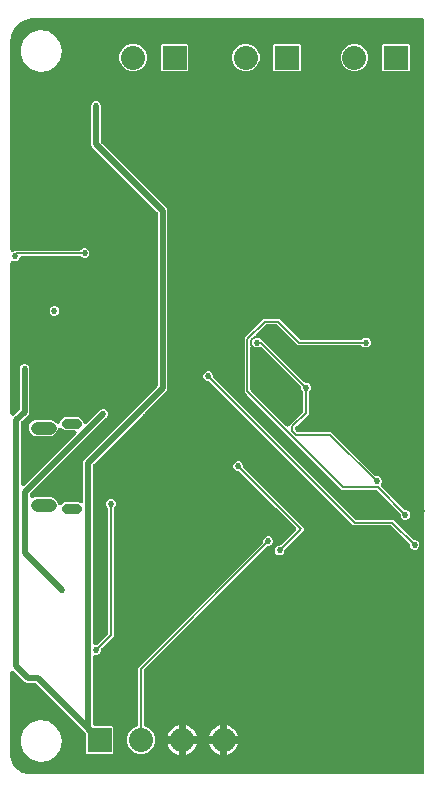
<source format=gbr>
G04 EAGLE Gerber RS-274X export*
G75*
%MOMM*%
%FSLAX34Y34*%
%LPD*%
%INBottom Copper*%
%IPPOS*%
%AMOC8*
5,1,8,0,0,1.08239X$1,22.5*%
G01*
%ADD10R,2.032000X2.032000*%
%ADD11C,2.032000*%
%ADD12C,0.840000*%
%ADD13C,1.065000*%
%ADD14C,0.525000*%
%ADD15C,0.152400*%
%ADD16C,0.508000*%

G36*
X-186223Y-317754D02*
X-186223Y-317754D01*
X-186202Y-317752D01*
X-186181Y-317753D01*
X-186001Y-317731D01*
X-185998Y-317730D01*
X-184604Y-317730D01*
X-184534Y-317723D01*
X-184433Y-317723D01*
X-183441Y-317639D01*
X-183312Y-317666D01*
X-183174Y-317703D01*
X-183107Y-317709D01*
X-183057Y-317719D01*
X-182975Y-317719D01*
X-182843Y-317730D01*
X146050Y-317730D01*
X146068Y-317728D01*
X146086Y-317730D01*
X146268Y-317709D01*
X146451Y-317690D01*
X146468Y-317685D01*
X146485Y-317683D01*
X146660Y-317626D01*
X146836Y-317572D01*
X146851Y-317564D01*
X146868Y-317558D01*
X147028Y-317468D01*
X147190Y-317380D01*
X147203Y-317369D01*
X147219Y-317360D01*
X147358Y-317240D01*
X147499Y-317123D01*
X147510Y-317109D01*
X147524Y-317097D01*
X147636Y-316952D01*
X147751Y-316809D01*
X147759Y-316793D01*
X147770Y-316779D01*
X147852Y-316614D01*
X147937Y-316452D01*
X147942Y-316435D01*
X147950Y-316419D01*
X147997Y-316240D01*
X148048Y-316065D01*
X148050Y-316047D01*
X148054Y-316030D01*
X148081Y-315699D01*
X148081Y320189D01*
X148079Y320207D01*
X148081Y320225D01*
X148060Y320407D01*
X148041Y320590D01*
X148036Y320607D01*
X148034Y320624D01*
X147977Y320799D01*
X147923Y320975D01*
X147915Y320990D01*
X147909Y321007D01*
X147819Y321167D01*
X147731Y321329D01*
X147720Y321342D01*
X147711Y321358D01*
X147591Y321497D01*
X147474Y321638D01*
X147460Y321649D01*
X147448Y321663D01*
X147303Y321775D01*
X147160Y321890D01*
X147144Y321898D01*
X147130Y321909D01*
X146965Y321991D01*
X146803Y322076D01*
X146786Y322081D01*
X146769Y322089D01*
X146591Y322136D01*
X146416Y322187D01*
X146398Y322189D01*
X146381Y322193D01*
X146050Y322220D01*
X-183013Y322220D01*
X-183052Y322216D01*
X-183101Y322218D01*
X-184743Y322147D01*
X-184828Y322135D01*
X-184981Y322123D01*
X-187486Y321715D01*
X-187544Y321699D01*
X-187604Y321692D01*
X-187796Y321632D01*
X-187875Y321611D01*
X-187895Y321601D01*
X-187921Y321593D01*
X-192679Y319670D01*
X-192799Y319607D01*
X-192923Y319553D01*
X-192986Y319509D01*
X-193036Y319483D01*
X-193097Y319434D01*
X-193197Y319366D01*
X-197186Y316136D01*
X-197282Y316040D01*
X-197384Y315952D01*
X-197432Y315892D01*
X-197472Y315852D01*
X-197516Y315787D01*
X-197591Y315693D01*
X-200462Y311438D01*
X-200526Y311319D01*
X-200597Y311204D01*
X-200626Y311133D01*
X-200653Y311083D01*
X-200675Y311008D01*
X-200720Y310896D01*
X-202221Y305987D01*
X-202233Y305928D01*
X-202252Y305872D01*
X-202284Y305673D01*
X-202300Y305592D01*
X-202300Y305571D01*
X-202304Y305544D01*
X-202495Y302978D01*
X-202493Y302915D01*
X-202500Y302827D01*
X-202500Y126499D01*
X-202499Y126485D01*
X-202500Y126472D01*
X-202479Y126285D01*
X-202460Y126098D01*
X-202456Y126085D01*
X-202455Y126072D01*
X-202397Y125893D01*
X-202342Y125713D01*
X-202336Y125701D01*
X-202332Y125689D01*
X-202240Y125525D01*
X-202150Y125359D01*
X-202142Y125349D01*
X-202135Y125337D01*
X-202013Y125194D01*
X-201893Y125050D01*
X-201882Y125042D01*
X-201874Y125031D01*
X-201725Y124915D01*
X-201579Y124798D01*
X-201567Y124791D01*
X-201557Y124783D01*
X-201388Y124698D01*
X-201222Y124612D01*
X-201209Y124608D01*
X-201197Y124602D01*
X-201015Y124553D01*
X-200835Y124501D01*
X-200821Y124500D01*
X-200809Y124496D01*
X-200620Y124483D01*
X-200433Y124468D01*
X-200420Y124469D01*
X-200407Y124468D01*
X-200220Y124493D01*
X-200034Y124515D01*
X-200021Y124519D01*
X-200008Y124521D01*
X-199692Y124622D01*
X-199374Y124754D01*
X-199346Y124769D01*
X-199317Y124779D01*
X-199169Y124864D01*
X-199019Y124944D01*
X-198995Y124964D01*
X-198968Y124979D01*
X-198715Y125194D01*
X-198446Y125463D01*
X-144123Y125463D01*
X-144097Y125465D01*
X-144070Y125463D01*
X-143896Y125485D01*
X-143723Y125503D01*
X-143697Y125510D01*
X-143671Y125514D01*
X-143505Y125569D01*
X-143338Y125621D01*
X-143314Y125634D01*
X-143289Y125642D01*
X-143137Y125729D01*
X-142984Y125813D01*
X-142963Y125830D01*
X-142940Y125843D01*
X-142687Y126058D01*
X-142051Y126694D01*
X-140525Y127326D01*
X-138875Y127326D01*
X-137349Y126694D01*
X-136182Y125527D01*
X-135550Y124001D01*
X-135550Y122351D01*
X-136182Y120825D01*
X-137349Y119658D01*
X-138875Y119026D01*
X-140525Y119026D01*
X-142051Y119658D01*
X-142687Y120294D01*
X-142708Y120311D01*
X-142725Y120332D01*
X-142863Y120439D01*
X-142998Y120549D01*
X-143022Y120562D01*
X-143043Y120578D01*
X-143200Y120656D01*
X-143354Y120738D01*
X-143380Y120746D01*
X-143404Y120758D01*
X-143573Y120803D01*
X-143740Y120853D01*
X-143767Y120855D01*
X-143793Y120862D01*
X-144123Y120889D01*
X-192490Y120889D01*
X-192512Y120887D01*
X-192534Y120889D01*
X-192711Y120867D01*
X-192890Y120849D01*
X-192912Y120843D01*
X-192934Y120840D01*
X-193103Y120784D01*
X-193275Y120731D01*
X-193295Y120721D01*
X-193316Y120714D01*
X-193471Y120625D01*
X-193629Y120539D01*
X-193646Y120525D01*
X-193666Y120514D01*
X-193801Y120396D01*
X-193938Y120282D01*
X-193952Y120264D01*
X-193969Y120250D01*
X-194078Y120108D01*
X-194191Y119968D01*
X-194201Y119948D01*
X-194215Y119930D01*
X-194366Y119635D01*
X-194920Y118299D01*
X-196087Y117132D01*
X-196959Y116771D01*
X-197612Y116500D01*
X-199263Y116500D01*
X-199692Y116678D01*
X-199705Y116682D01*
X-199716Y116688D01*
X-199896Y116740D01*
X-200077Y116794D01*
X-200090Y116796D01*
X-200103Y116799D01*
X-200291Y116815D01*
X-200478Y116832D01*
X-200491Y116831D01*
X-200505Y116832D01*
X-200691Y116810D01*
X-200878Y116791D01*
X-200891Y116787D01*
X-200904Y116785D01*
X-201083Y116727D01*
X-201263Y116671D01*
X-201274Y116665D01*
X-201287Y116660D01*
X-201451Y116568D01*
X-201616Y116478D01*
X-201626Y116469D01*
X-201638Y116463D01*
X-201780Y116340D01*
X-201924Y116219D01*
X-201932Y116208D01*
X-201943Y116199D01*
X-202057Y116052D01*
X-202175Y115904D01*
X-202181Y115892D01*
X-202189Y115881D01*
X-202273Y115713D01*
X-202359Y115546D01*
X-202363Y115533D01*
X-202369Y115521D01*
X-202418Y115338D01*
X-202469Y115158D01*
X-202470Y115145D01*
X-202473Y115132D01*
X-202500Y114801D01*
X-202500Y-12233D01*
X-202499Y-12242D01*
X-202500Y-12251D01*
X-202479Y-12443D01*
X-202460Y-12634D01*
X-202458Y-12642D01*
X-202457Y-12651D01*
X-202399Y-12833D01*
X-202342Y-13019D01*
X-202338Y-13027D01*
X-202335Y-13035D01*
X-202242Y-13203D01*
X-202150Y-13373D01*
X-202145Y-13379D01*
X-202140Y-13387D01*
X-202016Y-13534D01*
X-201893Y-13682D01*
X-201886Y-13688D01*
X-201880Y-13694D01*
X-201729Y-13813D01*
X-201579Y-13934D01*
X-201571Y-13938D01*
X-201564Y-13944D01*
X-201391Y-14032D01*
X-201222Y-14120D01*
X-201213Y-14122D01*
X-201205Y-14126D01*
X-201019Y-14178D01*
X-200835Y-14231D01*
X-200826Y-14232D01*
X-200817Y-14234D01*
X-200624Y-14248D01*
X-200433Y-14264D01*
X-200425Y-14263D01*
X-200416Y-14264D01*
X-200223Y-14239D01*
X-200034Y-14217D01*
X-200025Y-14214D01*
X-200016Y-14213D01*
X-199833Y-14152D01*
X-199651Y-14092D01*
X-199643Y-14088D01*
X-199635Y-14085D01*
X-199468Y-13989D01*
X-199300Y-13894D01*
X-199293Y-13889D01*
X-199286Y-13884D01*
X-199033Y-13669D01*
X-195160Y-9796D01*
X-195143Y-9776D01*
X-195122Y-9758D01*
X-195016Y-9621D01*
X-194905Y-9485D01*
X-194892Y-9461D01*
X-194876Y-9440D01*
X-194798Y-9284D01*
X-194716Y-9129D01*
X-194708Y-9103D01*
X-194696Y-9080D01*
X-194651Y-8911D01*
X-194601Y-8743D01*
X-194599Y-8717D01*
X-194592Y-8691D01*
X-194565Y-8360D01*
X-194565Y23965D01*
X-194568Y23997D01*
X-194566Y24028D01*
X-194588Y24196D01*
X-194605Y24366D01*
X-194614Y24396D01*
X-194618Y24427D01*
X-194650Y24526D01*
X-194650Y26225D01*
X-194018Y27751D01*
X-192851Y28918D01*
X-191325Y29550D01*
X-189675Y29550D01*
X-188149Y28918D01*
X-186982Y27751D01*
X-186350Y26225D01*
X-186350Y24512D01*
X-186397Y24357D01*
X-186400Y24326D01*
X-186408Y24296D01*
X-186435Y23965D01*
X-186435Y-11694D01*
X-187054Y-13188D01*
X-193054Y-19188D01*
X-193071Y-19209D01*
X-193092Y-19226D01*
X-193199Y-19364D01*
X-193309Y-19499D01*
X-193322Y-19523D01*
X-193338Y-19544D01*
X-193416Y-19701D01*
X-193498Y-19855D01*
X-193506Y-19881D01*
X-193518Y-19905D01*
X-193563Y-20074D01*
X-193613Y-20241D01*
X-193615Y-20268D01*
X-193622Y-20293D01*
X-193649Y-20624D01*
X-193649Y-71872D01*
X-193648Y-71881D01*
X-193649Y-71890D01*
X-193628Y-72083D01*
X-193609Y-72273D01*
X-193607Y-72281D01*
X-193606Y-72290D01*
X-193547Y-72475D01*
X-193491Y-72658D01*
X-193487Y-72665D01*
X-193484Y-72674D01*
X-193391Y-72842D01*
X-193299Y-73012D01*
X-193294Y-73018D01*
X-193289Y-73026D01*
X-193165Y-73173D01*
X-193042Y-73321D01*
X-193035Y-73326D01*
X-193029Y-73333D01*
X-192877Y-73453D01*
X-192728Y-73573D01*
X-192720Y-73577D01*
X-192713Y-73583D01*
X-192540Y-73671D01*
X-192371Y-73759D01*
X-192362Y-73761D01*
X-192354Y-73765D01*
X-192168Y-73817D01*
X-191984Y-73870D01*
X-191975Y-73871D01*
X-191966Y-73873D01*
X-191773Y-73887D01*
X-191582Y-73903D01*
X-191574Y-73902D01*
X-191565Y-73903D01*
X-191372Y-73878D01*
X-191183Y-73856D01*
X-191174Y-73853D01*
X-191165Y-73852D01*
X-190983Y-73791D01*
X-190800Y-73731D01*
X-190792Y-73727D01*
X-190784Y-73724D01*
X-190617Y-73628D01*
X-190449Y-73533D01*
X-190442Y-73528D01*
X-190435Y-73523D01*
X-190182Y-73308D01*
X-147066Y-30192D01*
X-147060Y-30185D01*
X-147053Y-30180D01*
X-146933Y-30030D01*
X-146811Y-29881D01*
X-146806Y-29873D01*
X-146801Y-29866D01*
X-146712Y-29695D01*
X-146622Y-29525D01*
X-146619Y-29517D01*
X-146615Y-29509D01*
X-146562Y-29323D01*
X-146507Y-29139D01*
X-146506Y-29130D01*
X-146504Y-29122D01*
X-146488Y-28930D01*
X-146471Y-28738D01*
X-146472Y-28729D01*
X-146471Y-28720D01*
X-146493Y-28531D01*
X-146514Y-28338D01*
X-146517Y-28329D01*
X-146518Y-28321D01*
X-146577Y-28139D01*
X-146636Y-27954D01*
X-146640Y-27946D01*
X-146643Y-27938D01*
X-146738Y-27769D01*
X-146831Y-27602D01*
X-146836Y-27595D01*
X-146841Y-27587D01*
X-146967Y-27441D01*
X-147091Y-27295D01*
X-147098Y-27289D01*
X-147104Y-27282D01*
X-147255Y-27165D01*
X-147407Y-27045D01*
X-147415Y-27041D01*
X-147422Y-27036D01*
X-147594Y-26950D01*
X-147766Y-26863D01*
X-147774Y-26860D01*
X-147782Y-26856D01*
X-147969Y-26806D01*
X-148154Y-26755D01*
X-148163Y-26754D01*
X-148171Y-26752D01*
X-148502Y-26725D01*
X-155964Y-26725D01*
X-158068Y-25853D01*
X-158985Y-24936D01*
X-158995Y-24927D01*
X-159004Y-24917D01*
X-159151Y-24800D01*
X-159297Y-24681D01*
X-159308Y-24675D01*
X-159319Y-24666D01*
X-159486Y-24580D01*
X-159652Y-24492D01*
X-159665Y-24488D01*
X-159677Y-24482D01*
X-159857Y-24431D01*
X-160038Y-24377D01*
X-160052Y-24376D01*
X-160064Y-24373D01*
X-160250Y-24358D01*
X-160439Y-24341D01*
X-160453Y-24342D01*
X-160466Y-24341D01*
X-160650Y-24364D01*
X-160839Y-24384D01*
X-160852Y-24389D01*
X-160865Y-24390D01*
X-161042Y-24449D01*
X-161223Y-24506D01*
X-161235Y-24512D01*
X-161248Y-24517D01*
X-161410Y-24609D01*
X-161576Y-24701D01*
X-161586Y-24709D01*
X-161597Y-24716D01*
X-161739Y-24839D01*
X-161883Y-24961D01*
X-161891Y-24972D01*
X-161901Y-24981D01*
X-162015Y-25129D01*
X-162132Y-25277D01*
X-162138Y-25289D01*
X-162146Y-25300D01*
X-162298Y-25595D01*
X-163493Y-28480D01*
X-165420Y-30407D01*
X-167938Y-31450D01*
X-181312Y-31450D01*
X-183830Y-30407D01*
X-185757Y-28480D01*
X-186800Y-25962D01*
X-186800Y-23238D01*
X-185757Y-20720D01*
X-183830Y-18793D01*
X-181312Y-17750D01*
X-167938Y-17750D01*
X-165420Y-18793D01*
X-163813Y-20400D01*
X-163803Y-20409D01*
X-163794Y-20419D01*
X-163647Y-20536D01*
X-163501Y-20655D01*
X-163490Y-20661D01*
X-163479Y-20670D01*
X-163312Y-20756D01*
X-163146Y-20844D01*
X-163133Y-20848D01*
X-163121Y-20854D01*
X-162941Y-20905D01*
X-162760Y-20959D01*
X-162746Y-20960D01*
X-162734Y-20963D01*
X-162548Y-20978D01*
X-162359Y-20995D01*
X-162345Y-20994D01*
X-162332Y-20995D01*
X-162148Y-20972D01*
X-161959Y-20952D01*
X-161946Y-20948D01*
X-161933Y-20946D01*
X-161755Y-20887D01*
X-161575Y-20830D01*
X-161563Y-20824D01*
X-161550Y-20819D01*
X-161387Y-20726D01*
X-161222Y-20635D01*
X-161212Y-20627D01*
X-161201Y-20620D01*
X-161059Y-20497D01*
X-160915Y-20375D01*
X-160907Y-20364D01*
X-160897Y-20355D01*
X-160783Y-20207D01*
X-160666Y-20059D01*
X-160660Y-20047D01*
X-160652Y-20036D01*
X-160500Y-19741D01*
X-159678Y-17757D01*
X-158068Y-16147D01*
X-155964Y-15275D01*
X-145286Y-15275D01*
X-143182Y-16147D01*
X-141572Y-17757D01*
X-140702Y-19857D01*
X-140696Y-19869D01*
X-140692Y-19881D01*
X-140600Y-20047D01*
X-140512Y-20212D01*
X-140503Y-20222D01*
X-140497Y-20234D01*
X-140374Y-20378D01*
X-140255Y-20522D01*
X-140245Y-20530D01*
X-140236Y-20541D01*
X-140089Y-20657D01*
X-139943Y-20776D01*
X-139931Y-20782D01*
X-139921Y-20790D01*
X-139753Y-20875D01*
X-139586Y-20963D01*
X-139573Y-20967D01*
X-139562Y-20973D01*
X-139381Y-21023D01*
X-139200Y-21076D01*
X-139187Y-21077D01*
X-139174Y-21081D01*
X-138985Y-21094D01*
X-138799Y-21111D01*
X-138786Y-21109D01*
X-138772Y-21110D01*
X-138584Y-21086D01*
X-138399Y-21065D01*
X-138386Y-21061D01*
X-138373Y-21060D01*
X-138195Y-21000D01*
X-138015Y-20942D01*
X-138004Y-20936D01*
X-137991Y-20931D01*
X-137828Y-20838D01*
X-137664Y-20746D01*
X-137654Y-20737D01*
X-137642Y-20730D01*
X-137389Y-20516D01*
X-127714Y-10840D01*
X-127694Y-10816D01*
X-127670Y-10796D01*
X-127566Y-10660D01*
X-127459Y-10529D01*
X-127444Y-10501D01*
X-127425Y-10476D01*
X-127377Y-10384D01*
X-126176Y-9182D01*
X-124650Y-8550D01*
X-123000Y-8550D01*
X-121474Y-9182D01*
X-120307Y-10349D01*
X-119675Y-11875D01*
X-119675Y-13525D01*
X-120307Y-15051D01*
X-121518Y-16262D01*
X-121661Y-16338D01*
X-121685Y-16358D01*
X-121712Y-16374D01*
X-121965Y-16589D01*
X-185523Y-80146D01*
X-185540Y-80167D01*
X-185560Y-80184D01*
X-185667Y-80322D01*
X-185778Y-80458D01*
X-185790Y-80481D01*
X-185807Y-80503D01*
X-185885Y-80659D01*
X-185967Y-80813D01*
X-185974Y-80839D01*
X-185986Y-80863D01*
X-186032Y-81032D01*
X-186081Y-81199D01*
X-186084Y-81226D01*
X-186091Y-81252D01*
X-186118Y-81583D01*
X-186118Y-81801D01*
X-186116Y-81814D01*
X-186118Y-81827D01*
X-186097Y-82014D01*
X-186078Y-82201D01*
X-186074Y-82214D01*
X-186072Y-82228D01*
X-186015Y-82406D01*
X-185960Y-82586D01*
X-185953Y-82598D01*
X-185949Y-82611D01*
X-185858Y-82775D01*
X-185768Y-82940D01*
X-185759Y-82950D01*
X-185753Y-82962D01*
X-185630Y-83106D01*
X-185510Y-83250D01*
X-185500Y-83258D01*
X-185491Y-83268D01*
X-185343Y-83384D01*
X-185196Y-83502D01*
X-185185Y-83508D01*
X-185174Y-83516D01*
X-185005Y-83601D01*
X-184839Y-83687D01*
X-184826Y-83691D01*
X-184814Y-83697D01*
X-184632Y-83747D01*
X-184452Y-83799D01*
X-184439Y-83800D01*
X-184426Y-83803D01*
X-184239Y-83816D01*
X-184051Y-83832D01*
X-184038Y-83830D01*
X-184024Y-83831D01*
X-183839Y-83807D01*
X-183651Y-83785D01*
X-183638Y-83781D01*
X-183625Y-83779D01*
X-183309Y-83677D01*
X-181312Y-82850D01*
X-167938Y-82850D01*
X-165420Y-83893D01*
X-163493Y-85820D01*
X-162298Y-88705D01*
X-162292Y-88717D01*
X-162288Y-88730D01*
X-162197Y-88894D01*
X-162108Y-89060D01*
X-162099Y-89070D01*
X-162093Y-89082D01*
X-161971Y-89225D01*
X-161851Y-89370D01*
X-161841Y-89379D01*
X-161832Y-89389D01*
X-161685Y-89505D01*
X-161539Y-89624D01*
X-161527Y-89630D01*
X-161516Y-89639D01*
X-161349Y-89724D01*
X-161182Y-89811D01*
X-161169Y-89815D01*
X-161157Y-89821D01*
X-160976Y-89871D01*
X-160796Y-89924D01*
X-160782Y-89925D01*
X-160770Y-89929D01*
X-160581Y-89943D01*
X-160395Y-89959D01*
X-160382Y-89957D01*
X-160368Y-89958D01*
X-160179Y-89935D01*
X-159995Y-89914D01*
X-159982Y-89910D01*
X-159969Y-89908D01*
X-159790Y-89848D01*
X-159611Y-89791D01*
X-159600Y-89784D01*
X-159587Y-89780D01*
X-159424Y-89686D01*
X-159260Y-89594D01*
X-159250Y-89585D01*
X-159238Y-89579D01*
X-158985Y-89364D01*
X-158068Y-88447D01*
X-155964Y-87575D01*
X-145286Y-87575D01*
X-143398Y-88357D01*
X-143385Y-88361D01*
X-143374Y-88367D01*
X-143194Y-88419D01*
X-143013Y-88474D01*
X-143000Y-88475D01*
X-142987Y-88479D01*
X-142799Y-88494D01*
X-142612Y-88512D01*
X-142599Y-88511D01*
X-142585Y-88512D01*
X-142399Y-88490D01*
X-142212Y-88470D01*
X-142199Y-88466D01*
X-142186Y-88465D01*
X-142007Y-88406D01*
X-141827Y-88350D01*
X-141816Y-88344D01*
X-141803Y-88340D01*
X-141639Y-88248D01*
X-141474Y-88157D01*
X-141464Y-88148D01*
X-141452Y-88142D01*
X-141310Y-88020D01*
X-141166Y-87898D01*
X-141158Y-87888D01*
X-141147Y-87879D01*
X-141033Y-87731D01*
X-140915Y-87583D01*
X-140909Y-87571D01*
X-140901Y-87561D01*
X-140817Y-87392D01*
X-140731Y-87225D01*
X-140727Y-87212D01*
X-140721Y-87200D01*
X-140672Y-87018D01*
X-140621Y-86838D01*
X-140620Y-86824D01*
X-140617Y-86811D01*
X-140590Y-86481D01*
X-140590Y-53166D01*
X-139971Y-51673D01*
X-95964Y-7665D01*
X-95944Y-7641D01*
X-95920Y-7621D01*
X-95816Y-7485D01*
X-95709Y-7354D01*
X-95694Y-7326D01*
X-95675Y-7301D01*
X-95627Y-7209D01*
X-94382Y-5963D01*
X-94239Y-5887D01*
X-94215Y-5867D01*
X-94188Y-5851D01*
X-93935Y-5636D01*
X-78210Y10089D01*
X-78193Y10109D01*
X-78172Y10127D01*
X-78065Y10265D01*
X-77955Y10400D01*
X-77942Y10424D01*
X-77926Y10445D01*
X-77848Y10602D01*
X-77766Y10756D01*
X-77758Y10781D01*
X-77746Y10806D01*
X-77701Y10975D01*
X-77651Y11142D01*
X-77649Y11168D01*
X-77642Y11194D01*
X-77615Y11525D01*
X-77615Y156750D01*
X-77617Y156777D01*
X-77615Y156803D01*
X-77637Y156977D01*
X-77655Y157151D01*
X-77662Y157176D01*
X-77666Y157203D01*
X-77721Y157368D01*
X-77773Y157535D01*
X-77786Y157559D01*
X-77794Y157584D01*
X-77881Y157736D01*
X-77965Y157890D01*
X-77982Y157910D01*
X-77995Y157933D01*
X-78210Y158186D01*
X-133621Y213598D01*
X-134240Y215091D01*
X-134240Y246215D01*
X-134243Y246247D01*
X-134241Y246278D01*
X-134263Y246446D01*
X-134280Y246616D01*
X-134289Y246646D01*
X-134293Y246677D01*
X-134325Y246776D01*
X-134325Y248475D01*
X-133693Y250001D01*
X-132526Y251168D01*
X-131000Y251800D01*
X-129350Y251800D01*
X-127824Y251168D01*
X-126657Y250001D01*
X-126025Y248475D01*
X-126025Y246762D01*
X-126072Y246607D01*
X-126075Y246576D01*
X-126083Y246546D01*
X-126110Y246215D01*
X-126110Y218425D01*
X-126108Y218398D01*
X-126110Y218372D01*
X-126088Y218198D01*
X-126070Y218024D01*
X-126063Y217999D01*
X-126059Y217972D01*
X-126004Y217807D01*
X-125952Y217640D01*
X-125939Y217616D01*
X-125931Y217591D01*
X-125844Y217439D01*
X-125760Y217285D01*
X-125743Y217265D01*
X-125730Y217242D01*
X-125515Y216989D01*
X-70104Y161577D01*
X-69485Y160084D01*
X-69485Y8191D01*
X-70104Y6698D01*
X-88186Y-11385D01*
X-88206Y-11409D01*
X-88230Y-11429D01*
X-88334Y-11565D01*
X-88441Y-11696D01*
X-88456Y-11724D01*
X-88475Y-11749D01*
X-88523Y-11841D01*
X-89768Y-13087D01*
X-89911Y-13163D01*
X-89935Y-13183D01*
X-89962Y-13199D01*
X-90215Y-13414D01*
X-131865Y-55064D01*
X-131882Y-55084D01*
X-131903Y-55102D01*
X-132010Y-55240D01*
X-132120Y-55375D01*
X-132133Y-55399D01*
X-132149Y-55420D01*
X-132227Y-55577D01*
X-132309Y-55731D01*
X-132317Y-55756D01*
X-132329Y-55781D01*
X-132374Y-55950D01*
X-132424Y-56117D01*
X-132426Y-56143D01*
X-132433Y-56169D01*
X-132460Y-56500D01*
X-132460Y-206544D01*
X-132458Y-206562D01*
X-132460Y-206580D01*
X-132439Y-206762D01*
X-132420Y-206945D01*
X-132415Y-206962D01*
X-132413Y-206979D01*
X-132356Y-207154D01*
X-132302Y-207330D01*
X-132294Y-207345D01*
X-132288Y-207362D01*
X-132198Y-207522D01*
X-132110Y-207684D01*
X-132099Y-207697D01*
X-132090Y-207713D01*
X-131970Y-207852D01*
X-131853Y-207993D01*
X-131839Y-208004D01*
X-131827Y-208018D01*
X-131682Y-208130D01*
X-131539Y-208245D01*
X-131523Y-208253D01*
X-131509Y-208264D01*
X-131344Y-208346D01*
X-131182Y-208431D01*
X-131165Y-208436D01*
X-131149Y-208444D01*
X-130970Y-208491D01*
X-130795Y-208542D01*
X-130777Y-208544D01*
X-130760Y-208548D01*
X-130429Y-208575D01*
X-130101Y-208575D01*
X-130074Y-208573D01*
X-130047Y-208575D01*
X-129873Y-208553D01*
X-129700Y-208535D01*
X-129674Y-208528D01*
X-129648Y-208524D01*
X-129482Y-208469D01*
X-129315Y-208417D01*
X-129291Y-208404D01*
X-129266Y-208396D01*
X-129114Y-208309D01*
X-128961Y-208225D01*
X-128941Y-208208D01*
X-128917Y-208195D01*
X-128664Y-207980D01*
X-120357Y-199673D01*
X-120340Y-199652D01*
X-120319Y-199635D01*
X-120212Y-199497D01*
X-120102Y-199361D01*
X-120089Y-199338D01*
X-120073Y-199316D01*
X-119995Y-199160D01*
X-119913Y-199006D01*
X-119905Y-198980D01*
X-119893Y-198956D01*
X-119848Y-198787D01*
X-119798Y-198620D01*
X-119796Y-198593D01*
X-119789Y-198567D01*
X-119762Y-198236D01*
X-119762Y-93323D01*
X-119764Y-93297D01*
X-119762Y-93270D01*
X-119784Y-93096D01*
X-119802Y-92923D01*
X-119809Y-92897D01*
X-119813Y-92871D01*
X-119868Y-92705D01*
X-119920Y-92538D01*
X-119933Y-92514D01*
X-119941Y-92489D01*
X-120028Y-92337D01*
X-120112Y-92184D01*
X-120129Y-92163D01*
X-120142Y-92140D01*
X-120357Y-91887D01*
X-120993Y-91251D01*
X-121625Y-89725D01*
X-121625Y-88075D01*
X-120993Y-86549D01*
X-119826Y-85382D01*
X-118300Y-84750D01*
X-116650Y-84750D01*
X-115124Y-85382D01*
X-113957Y-86549D01*
X-113325Y-88075D01*
X-113325Y-89725D01*
X-113957Y-91251D01*
X-114593Y-91887D01*
X-114610Y-91908D01*
X-114631Y-91925D01*
X-114738Y-92063D01*
X-114848Y-92198D01*
X-114861Y-92222D01*
X-114877Y-92243D01*
X-114955Y-92400D01*
X-115037Y-92554D01*
X-115045Y-92580D01*
X-115057Y-92604D01*
X-115102Y-92773D01*
X-115152Y-92940D01*
X-115154Y-92967D01*
X-115161Y-92993D01*
X-115188Y-93323D01*
X-115188Y-200972D01*
X-125091Y-210875D01*
X-125108Y-210896D01*
X-125129Y-210913D01*
X-125236Y-211051D01*
X-125346Y-211187D01*
X-125359Y-211210D01*
X-125375Y-211232D01*
X-125453Y-211388D01*
X-125535Y-211542D01*
X-125543Y-211568D01*
X-125555Y-211592D01*
X-125600Y-211761D01*
X-125650Y-211928D01*
X-125652Y-211955D01*
X-125659Y-211981D01*
X-125686Y-212312D01*
X-125686Y-213550D01*
X-126318Y-215076D01*
X-127485Y-216243D01*
X-129011Y-216875D01*
X-130429Y-216875D01*
X-130447Y-216877D01*
X-130465Y-216875D01*
X-130647Y-216896D01*
X-130830Y-216915D01*
X-130847Y-216920D01*
X-130864Y-216922D01*
X-131039Y-216979D01*
X-131215Y-217033D01*
X-131230Y-217041D01*
X-131247Y-217047D01*
X-131407Y-217137D01*
X-131569Y-217225D01*
X-131582Y-217236D01*
X-131598Y-217245D01*
X-131737Y-217365D01*
X-131878Y-217482D01*
X-131889Y-217496D01*
X-131903Y-217508D01*
X-132015Y-217653D01*
X-132130Y-217796D01*
X-132138Y-217812D01*
X-132149Y-217826D01*
X-132231Y-217991D01*
X-132316Y-218153D01*
X-132321Y-218170D01*
X-132329Y-218186D01*
X-132376Y-218365D01*
X-132427Y-218540D01*
X-132429Y-218558D01*
X-132433Y-218575D01*
X-132460Y-218906D01*
X-132460Y-275209D01*
X-132458Y-275227D01*
X-132460Y-275245D01*
X-132439Y-275427D01*
X-132420Y-275610D01*
X-132415Y-275627D01*
X-132413Y-275644D01*
X-132356Y-275819D01*
X-132302Y-275995D01*
X-132294Y-276010D01*
X-132288Y-276027D01*
X-132198Y-276187D01*
X-132110Y-276349D01*
X-132099Y-276362D01*
X-132090Y-276378D01*
X-131970Y-276517D01*
X-131853Y-276658D01*
X-131839Y-276669D01*
X-131827Y-276683D01*
X-131682Y-276795D01*
X-131539Y-276910D01*
X-131523Y-276918D01*
X-131509Y-276929D01*
X-131344Y-277011D01*
X-131182Y-277096D01*
X-131165Y-277101D01*
X-131149Y-277109D01*
X-130970Y-277156D01*
X-130795Y-277207D01*
X-130777Y-277209D01*
X-130760Y-277213D01*
X-130429Y-277240D01*
X-116208Y-277240D01*
X-115315Y-278133D01*
X-115315Y-299717D01*
X-116208Y-300610D01*
X-137792Y-300610D01*
X-138685Y-299717D01*
X-138685Y-283830D01*
X-138687Y-283803D01*
X-138685Y-283777D01*
X-138707Y-283603D01*
X-138725Y-283429D01*
X-138732Y-283404D01*
X-138736Y-283377D01*
X-138791Y-283212D01*
X-138843Y-283045D01*
X-138856Y-283021D01*
X-138864Y-282996D01*
X-138951Y-282844D01*
X-139035Y-282690D01*
X-139052Y-282670D01*
X-139065Y-282647D01*
X-139280Y-282394D01*
X-180504Y-241170D01*
X-180524Y-241153D01*
X-180542Y-241132D01*
X-180680Y-241025D01*
X-180815Y-240915D01*
X-180839Y-240902D01*
X-180860Y-240886D01*
X-181017Y-240808D01*
X-181171Y-240726D01*
X-181196Y-240718D01*
X-181221Y-240706D01*
X-181390Y-240661D01*
X-181557Y-240611D01*
X-181583Y-240609D01*
X-181609Y-240602D01*
X-181940Y-240575D01*
X-188401Y-240575D01*
X-189895Y-239956D01*
X-199033Y-230818D01*
X-199040Y-230812D01*
X-199045Y-230805D01*
X-199195Y-230685D01*
X-199344Y-230563D01*
X-199352Y-230559D01*
X-199359Y-230553D01*
X-199529Y-230464D01*
X-199700Y-230374D01*
X-199709Y-230372D01*
X-199716Y-230367D01*
X-199901Y-230314D01*
X-200086Y-230259D01*
X-200095Y-230259D01*
X-200103Y-230256D01*
X-200295Y-230240D01*
X-200487Y-230223D01*
X-200496Y-230224D01*
X-200505Y-230223D01*
X-200694Y-230245D01*
X-200887Y-230266D01*
X-200896Y-230269D01*
X-200904Y-230270D01*
X-201086Y-230329D01*
X-201271Y-230388D01*
X-201279Y-230392D01*
X-201287Y-230395D01*
X-201456Y-230490D01*
X-201623Y-230583D01*
X-201630Y-230588D01*
X-201638Y-230593D01*
X-201784Y-230719D01*
X-201930Y-230843D01*
X-201936Y-230850D01*
X-201943Y-230856D01*
X-202060Y-231007D01*
X-202180Y-231159D01*
X-202184Y-231167D01*
X-202189Y-231174D01*
X-202275Y-231346D01*
X-202362Y-231518D01*
X-202365Y-231527D01*
X-202369Y-231535D01*
X-202419Y-231721D01*
X-202470Y-231906D01*
X-202471Y-231915D01*
X-202473Y-231923D01*
X-202500Y-232254D01*
X-202500Y-302557D01*
X-202500Y-302563D01*
X-202473Y-302886D01*
X-202119Y-305042D01*
X-202100Y-305113D01*
X-202090Y-305185D01*
X-202037Y-305347D01*
X-202015Y-305431D01*
X-202000Y-305460D01*
X-201987Y-305501D01*
X-200223Y-309690D01*
X-200150Y-309824D01*
X-200084Y-309961D01*
X-200051Y-310006D01*
X-200031Y-310043D01*
X-199976Y-310109D01*
X-199888Y-310229D01*
X-196916Y-313668D01*
X-196805Y-313773D01*
X-196700Y-313884D01*
X-196655Y-313916D01*
X-196624Y-313945D01*
X-196551Y-313991D01*
X-196431Y-314078D01*
X-192542Y-316430D01*
X-192404Y-316496D01*
X-192269Y-316568D01*
X-192216Y-316585D01*
X-192178Y-316604D01*
X-192095Y-316624D01*
X-191953Y-316670D01*
X-187528Y-317705D01*
X-187455Y-317715D01*
X-187384Y-317734D01*
X-187215Y-317746D01*
X-187129Y-317758D01*
X-187096Y-317756D01*
X-187053Y-317759D01*
X-186223Y-317754D01*
G37*
%LPC*%
G36*
X131181Y-102575D02*
X131181Y-102575D01*
X129655Y-101943D01*
X128488Y-100776D01*
X127856Y-99250D01*
X127856Y-98351D01*
X127854Y-98324D01*
X127856Y-98297D01*
X127834Y-98123D01*
X127816Y-97950D01*
X127809Y-97924D01*
X127805Y-97898D01*
X127750Y-97732D01*
X127698Y-97565D01*
X127685Y-97541D01*
X127677Y-97516D01*
X127590Y-97364D01*
X127506Y-97211D01*
X127489Y-97191D01*
X127476Y-97167D01*
X127261Y-96914D01*
X107990Y-77643D01*
X107969Y-77626D01*
X107952Y-77605D01*
X107814Y-77498D01*
X107678Y-77388D01*
X107655Y-77375D01*
X107633Y-77359D01*
X107477Y-77281D01*
X107323Y-77199D01*
X107297Y-77191D01*
X107273Y-77179D01*
X107104Y-77134D01*
X106937Y-77084D01*
X106910Y-77082D01*
X106884Y-77075D01*
X106553Y-77048D01*
X78433Y-77048D01*
X76499Y-75113D01*
X-2088Y3474D01*
X-4023Y5408D01*
X-4023Y51742D01*
X9823Y65588D01*
X11758Y67523D01*
X25206Y67523D01*
X27141Y65588D01*
X42222Y50507D01*
X42243Y50490D01*
X42261Y50469D01*
X42399Y50362D01*
X42534Y50252D01*
X42558Y50239D01*
X42579Y50223D01*
X42736Y50145D01*
X42890Y50063D01*
X42915Y50055D01*
X42939Y50043D01*
X43109Y49998D01*
X43276Y49948D01*
X43302Y49946D01*
X43328Y49939D01*
X43659Y49912D01*
X94002Y49912D01*
X94028Y49914D01*
X94055Y49912D01*
X94229Y49934D01*
X94402Y49952D01*
X94428Y49960D01*
X94455Y49963D01*
X94620Y50018D01*
X94787Y50070D01*
X94811Y50083D01*
X94836Y50091D01*
X94988Y50178D01*
X95141Y50262D01*
X95162Y50279D01*
X95185Y50292D01*
X95438Y50507D01*
X96074Y51143D01*
X97600Y51775D01*
X99250Y51775D01*
X100776Y51143D01*
X101943Y49976D01*
X102575Y48450D01*
X102575Y46800D01*
X101943Y45274D01*
X100776Y44107D01*
X99250Y43475D01*
X97600Y43475D01*
X96074Y44107D01*
X95438Y44743D01*
X95417Y44760D01*
X95400Y44781D01*
X95262Y44887D01*
X95127Y44998D01*
X95103Y45011D01*
X95082Y45027D01*
X94925Y45105D01*
X94771Y45187D01*
X94745Y45195D01*
X94721Y45207D01*
X94552Y45252D01*
X94385Y45302D01*
X94358Y45304D01*
X94332Y45311D01*
X94002Y45338D01*
X40923Y45338D01*
X38989Y47273D01*
X23907Y62354D01*
X23886Y62371D01*
X23869Y62392D01*
X23731Y62499D01*
X23596Y62609D01*
X23572Y62622D01*
X23551Y62638D01*
X23394Y62716D01*
X23240Y62798D01*
X23214Y62806D01*
X23190Y62818D01*
X23021Y62863D01*
X22854Y62913D01*
X22827Y62915D01*
X22801Y62922D01*
X22471Y62949D01*
X14494Y62949D01*
X14467Y62947D01*
X14440Y62949D01*
X14267Y62927D01*
X14093Y62909D01*
X14068Y62902D01*
X14041Y62898D01*
X13876Y62843D01*
X13708Y62791D01*
X13685Y62778D01*
X13659Y62770D01*
X13508Y62683D01*
X13354Y62599D01*
X13334Y62582D01*
X13310Y62569D01*
X13057Y62354D01*
X5945Y55242D01*
X5940Y55235D01*
X5933Y55230D01*
X5813Y55080D01*
X5690Y54931D01*
X5686Y54923D01*
X5681Y54916D01*
X5592Y54745D01*
X5502Y54575D01*
X5499Y54566D01*
X5495Y54559D01*
X5442Y54374D01*
X5387Y54189D01*
X5386Y54180D01*
X5384Y54172D01*
X5368Y53980D01*
X5351Y53788D01*
X5351Y53779D01*
X5351Y53770D01*
X5373Y53581D01*
X5394Y53388D01*
X5397Y53379D01*
X5398Y53371D01*
X5457Y53189D01*
X5515Y53004D01*
X5520Y52996D01*
X5523Y52988D01*
X5618Y52819D01*
X5710Y52652D01*
X5716Y52645D01*
X5720Y52637D01*
X5846Y52491D01*
X5971Y52345D01*
X5978Y52339D01*
X5984Y52332D01*
X6135Y52215D01*
X6287Y52095D01*
X6295Y52091D01*
X6302Y52086D01*
X6474Y52000D01*
X6646Y51913D01*
X6654Y51910D01*
X6662Y51906D01*
X6849Y51856D01*
X7033Y51805D01*
X7042Y51804D01*
X7051Y51802D01*
X7125Y51796D01*
X8701Y51143D01*
X9337Y50507D01*
X9358Y50490D01*
X9375Y50469D01*
X9513Y50362D01*
X9648Y50252D01*
X9672Y50239D01*
X9693Y50223D01*
X9850Y50145D01*
X10004Y50063D01*
X10030Y50055D01*
X10054Y50043D01*
X10223Y49998D01*
X10390Y49948D01*
X10417Y49946D01*
X10443Y49939D01*
X10445Y49939D01*
X46114Y14270D01*
X46135Y14253D01*
X46152Y14232D01*
X46290Y14125D01*
X46426Y14015D01*
X46449Y14002D01*
X46471Y13986D01*
X46627Y13908D01*
X46781Y13826D01*
X46807Y13818D01*
X46831Y13806D01*
X47000Y13761D01*
X47167Y13711D01*
X47194Y13709D01*
X47220Y13702D01*
X47551Y13675D01*
X48450Y13675D01*
X49976Y13043D01*
X51143Y11876D01*
X51775Y10350D01*
X51775Y8700D01*
X51143Y7174D01*
X50507Y6538D01*
X50490Y6517D01*
X50469Y6500D01*
X50363Y6362D01*
X50252Y6227D01*
X50239Y6203D01*
X50223Y6182D01*
X50145Y6025D01*
X50063Y5871D01*
X50055Y5845D01*
X50043Y5821D01*
X49998Y5652D01*
X49948Y5485D01*
X49946Y5458D01*
X49939Y5432D01*
X49912Y5102D01*
X49912Y-13052D01*
X39246Y-23718D01*
X39229Y-23739D01*
X39208Y-23756D01*
X39101Y-23894D01*
X38991Y-24030D01*
X38978Y-24053D01*
X38962Y-24074D01*
X38884Y-24231D01*
X38802Y-24385D01*
X38794Y-24411D01*
X38782Y-24435D01*
X38737Y-24604D01*
X38687Y-24771D01*
X38685Y-24798D01*
X38678Y-24824D01*
X38651Y-25154D01*
X38651Y-25646D01*
X38653Y-25672D01*
X38651Y-25699D01*
X38673Y-25873D01*
X38691Y-26046D01*
X38698Y-26072D01*
X38702Y-26098D01*
X38757Y-26264D01*
X38809Y-26431D01*
X38822Y-26455D01*
X38830Y-26480D01*
X38917Y-26632D01*
X39001Y-26785D01*
X39018Y-26806D01*
X39031Y-26829D01*
X39246Y-27082D01*
X39593Y-27429D01*
X39614Y-27446D01*
X39631Y-27467D01*
X39769Y-27574D01*
X39905Y-27684D01*
X39928Y-27697D01*
X39949Y-27713D01*
X40106Y-27791D01*
X40260Y-27873D01*
X40286Y-27881D01*
X40310Y-27893D01*
X40479Y-27938D01*
X40646Y-27988D01*
X40673Y-27990D01*
X40699Y-27997D01*
X41029Y-28024D01*
X69358Y-28024D01*
X106439Y-65105D01*
X106460Y-65122D01*
X106477Y-65143D01*
X106615Y-65250D01*
X106751Y-65360D01*
X106774Y-65373D01*
X106796Y-65389D01*
X106952Y-65467D01*
X107106Y-65549D01*
X107132Y-65557D01*
X107156Y-65569D01*
X107325Y-65614D01*
X107492Y-65664D01*
X107519Y-65666D01*
X107545Y-65673D01*
X107876Y-65700D01*
X108775Y-65700D01*
X110301Y-66332D01*
X111468Y-67499D01*
X112100Y-69025D01*
X112100Y-70675D01*
X111429Y-72294D01*
X111423Y-72302D01*
X111415Y-72318D01*
X111404Y-72332D01*
X111320Y-72496D01*
X111235Y-72657D01*
X111229Y-72675D01*
X111221Y-72691D01*
X111172Y-72868D01*
X111120Y-73043D01*
X111118Y-73061D01*
X111113Y-73079D01*
X111100Y-73262D01*
X111083Y-73444D01*
X111085Y-73462D01*
X111084Y-73480D01*
X111107Y-73663D01*
X111127Y-73844D01*
X111132Y-73862D01*
X111134Y-73880D01*
X111193Y-74054D01*
X111248Y-74228D01*
X111257Y-74244D01*
X111262Y-74261D01*
X111354Y-74420D01*
X111443Y-74581D01*
X111454Y-74594D01*
X111463Y-74610D01*
X111678Y-74863D01*
X130495Y-93680D01*
X130516Y-93697D01*
X130533Y-93718D01*
X130671Y-93825D01*
X130807Y-93935D01*
X130830Y-93948D01*
X130852Y-93964D01*
X131008Y-94042D01*
X131162Y-94124D01*
X131188Y-94132D01*
X131212Y-94144D01*
X131381Y-94189D01*
X131548Y-94239D01*
X131575Y-94241D01*
X131601Y-94248D01*
X131932Y-94275D01*
X132831Y-94275D01*
X134357Y-94907D01*
X135524Y-96074D01*
X136156Y-97600D01*
X136156Y-99250D01*
X135524Y-100776D01*
X134357Y-101943D01*
X132831Y-102575D01*
X131181Y-102575D01*
G37*
%LPD*%
G36*
X32210Y-23478D02*
X32210Y-23478D01*
X32228Y-23479D01*
X32410Y-23456D01*
X32592Y-23437D01*
X32610Y-23431D01*
X32627Y-23429D01*
X32801Y-23371D01*
X32976Y-23315D01*
X32992Y-23306D01*
X33009Y-23301D01*
X33168Y-23209D01*
X33329Y-23120D01*
X33342Y-23109D01*
X33358Y-23100D01*
X33611Y-22885D01*
X44743Y-11752D01*
X44760Y-11732D01*
X44781Y-11714D01*
X44888Y-11576D01*
X44998Y-11441D01*
X45011Y-11417D01*
X45027Y-11396D01*
X45105Y-11240D01*
X45187Y-11085D01*
X45195Y-11060D01*
X45207Y-11036D01*
X45252Y-10866D01*
X45302Y-10699D01*
X45304Y-10673D01*
X45311Y-10647D01*
X45338Y-10316D01*
X45338Y5102D01*
X45336Y5128D01*
X45338Y5155D01*
X45316Y5329D01*
X45298Y5502D01*
X45290Y5528D01*
X45287Y5555D01*
X45232Y5720D01*
X45180Y5887D01*
X45167Y5911D01*
X45159Y5936D01*
X45072Y6088D01*
X44988Y6241D01*
X44971Y6262D01*
X44958Y6285D01*
X44743Y6538D01*
X44107Y7174D01*
X43475Y8700D01*
X43475Y9599D01*
X43473Y9626D01*
X43475Y9653D01*
X43453Y9827D01*
X43435Y10000D01*
X43428Y10026D01*
X43424Y10052D01*
X43369Y10218D01*
X43317Y10385D01*
X43304Y10409D01*
X43296Y10434D01*
X43209Y10586D01*
X43125Y10739D01*
X43108Y10759D01*
X43095Y10783D01*
X42880Y11036D01*
X10444Y43472D01*
X10427Y43486D01*
X10412Y43503D01*
X10271Y43613D01*
X10133Y43727D01*
X10113Y43738D01*
X10095Y43751D01*
X9935Y43832D01*
X9777Y43916D01*
X9756Y43922D01*
X9736Y43932D01*
X9562Y43980D01*
X9391Y44030D01*
X9369Y44032D01*
X9347Y44038D01*
X9169Y44051D01*
X8990Y44067D01*
X8968Y44064D01*
X8946Y44066D01*
X8769Y44043D01*
X8590Y44023D01*
X8568Y44017D01*
X8546Y44014D01*
X8230Y43912D01*
X7175Y43475D01*
X5525Y43475D01*
X3996Y44108D01*
X3856Y44221D01*
X3707Y44343D01*
X3699Y44347D01*
X3692Y44353D01*
X3522Y44441D01*
X3351Y44532D01*
X3343Y44534D01*
X3335Y44538D01*
X3150Y44592D01*
X2965Y44647D01*
X2956Y44647D01*
X2948Y44650D01*
X2756Y44666D01*
X2564Y44683D01*
X2555Y44682D01*
X2546Y44683D01*
X2356Y44660D01*
X2164Y44640D01*
X2156Y44637D01*
X2147Y44636D01*
X1963Y44576D01*
X1780Y44518D01*
X1772Y44514D01*
X1764Y44511D01*
X1595Y44416D01*
X1428Y44323D01*
X1421Y44318D01*
X1413Y44313D01*
X1267Y44187D01*
X1121Y44063D01*
X1115Y44056D01*
X1108Y44050D01*
X991Y43899D01*
X871Y43747D01*
X867Y43739D01*
X862Y43732D01*
X776Y43560D01*
X689Y43388D01*
X686Y43379D01*
X682Y43371D01*
X632Y43185D01*
X581Y43000D01*
X580Y42991D01*
X578Y42983D01*
X551Y42652D01*
X551Y8144D01*
X553Y8117D01*
X551Y8090D01*
X573Y7917D01*
X591Y7743D01*
X598Y7718D01*
X602Y7691D01*
X657Y7525D01*
X709Y7358D01*
X722Y7335D01*
X730Y7309D01*
X817Y7158D01*
X901Y7004D01*
X918Y6984D01*
X931Y6960D01*
X1146Y6707D01*
X30738Y-22885D01*
X30752Y-22896D01*
X30763Y-22910D01*
X30908Y-23024D01*
X31050Y-23140D01*
X31065Y-23148D01*
X31079Y-23160D01*
X31244Y-23243D01*
X31405Y-23329D01*
X31422Y-23334D01*
X31438Y-23342D01*
X31616Y-23391D01*
X31791Y-23444D01*
X31809Y-23445D01*
X31826Y-23450D01*
X32009Y-23463D01*
X32192Y-23480D01*
X32210Y-23478D01*
G37*
%LPC*%
G36*
X-94324Y-300610D02*
X-94324Y-300610D01*
X-98619Y-298831D01*
X-101906Y-295544D01*
X-103685Y-291249D01*
X-103685Y-286601D01*
X-101906Y-282306D01*
X-98619Y-279019D01*
X-95541Y-277744D01*
X-95521Y-277734D01*
X-95500Y-277727D01*
X-95343Y-277638D01*
X-95186Y-277554D01*
X-95169Y-277540D01*
X-95149Y-277529D01*
X-95013Y-277411D01*
X-94875Y-277297D01*
X-94861Y-277280D01*
X-94844Y-277266D01*
X-94735Y-277124D01*
X-94622Y-276985D01*
X-94611Y-276965D01*
X-94598Y-276948D01*
X-94518Y-276787D01*
X-94435Y-276628D01*
X-94428Y-276607D01*
X-94418Y-276587D01*
X-94372Y-276414D01*
X-94322Y-276242D01*
X-94320Y-276220D01*
X-94314Y-276198D01*
X-94287Y-275867D01*
X-94287Y-227578D01*
X11130Y-122161D01*
X11135Y-122156D01*
X11140Y-122151D01*
X11152Y-122136D01*
X11168Y-122123D01*
X11275Y-121985D01*
X11385Y-121849D01*
X11391Y-121839D01*
X11392Y-121838D01*
X11399Y-121824D01*
X11414Y-121804D01*
X11492Y-121648D01*
X11574Y-121494D01*
X11582Y-121468D01*
X11594Y-121444D01*
X11639Y-121275D01*
X11689Y-121108D01*
X11691Y-121081D01*
X11698Y-121055D01*
X11725Y-120724D01*
X11725Y-119825D01*
X12357Y-118299D01*
X13524Y-117132D01*
X15050Y-116500D01*
X16700Y-116500D01*
X18226Y-117132D01*
X19393Y-118299D01*
X20025Y-119825D01*
X20025Y-121475D01*
X19357Y-123086D01*
X19356Y-123091D01*
X19354Y-123095D01*
X19299Y-123281D01*
X19278Y-123349D01*
X19215Y-123370D01*
X19211Y-123372D01*
X19206Y-123373D01*
X19036Y-123472D01*
X18865Y-123569D01*
X18861Y-123572D01*
X18858Y-123574D01*
X18605Y-123789D01*
X18226Y-124168D01*
X16700Y-124800D01*
X15801Y-124800D01*
X15774Y-124802D01*
X15747Y-124800D01*
X15573Y-124822D01*
X15400Y-124840D01*
X15374Y-124847D01*
X15348Y-124851D01*
X15182Y-124906D01*
X15015Y-124958D01*
X14991Y-124971D01*
X14966Y-124979D01*
X14814Y-125066D01*
X14661Y-125150D01*
X14641Y-125167D01*
X14617Y-125180D01*
X14364Y-125395D01*
X-89118Y-228877D01*
X-89135Y-228898D01*
X-89156Y-228915D01*
X-89263Y-229053D01*
X-89373Y-229189D01*
X-89386Y-229212D01*
X-89402Y-229234D01*
X-89480Y-229390D01*
X-89562Y-229544D01*
X-89570Y-229570D01*
X-89582Y-229594D01*
X-89627Y-229763D01*
X-89677Y-229930D01*
X-89679Y-229957D01*
X-89686Y-229983D01*
X-89713Y-230314D01*
X-89713Y-275867D01*
X-89711Y-275890D01*
X-89713Y-275912D01*
X-89691Y-276089D01*
X-89673Y-276268D01*
X-89667Y-276289D01*
X-89664Y-276312D01*
X-89608Y-276482D01*
X-89555Y-276653D01*
X-89545Y-276673D01*
X-89538Y-276694D01*
X-89449Y-276850D01*
X-89363Y-277007D01*
X-89349Y-277024D01*
X-89338Y-277044D01*
X-89220Y-277179D01*
X-89106Y-277316D01*
X-89088Y-277330D01*
X-89074Y-277347D01*
X-88931Y-277457D01*
X-88792Y-277569D01*
X-88772Y-277579D01*
X-88755Y-277593D01*
X-88459Y-277744D01*
X-85381Y-279019D01*
X-82094Y-282306D01*
X-80315Y-286601D01*
X-80315Y-291249D01*
X-82094Y-295544D01*
X-85381Y-298831D01*
X-87324Y-299636D01*
X-89676Y-300610D01*
X-94324Y-300610D01*
G37*
%LPD*%
%LPC*%
G36*
X138875Y-127975D02*
X138875Y-127975D01*
X137349Y-127343D01*
X136182Y-126176D01*
X135550Y-124650D01*
X135550Y-123751D01*
X135548Y-123724D01*
X135550Y-123697D01*
X135528Y-123523D01*
X135510Y-123350D01*
X135503Y-123324D01*
X135499Y-123298D01*
X135444Y-123132D01*
X135392Y-122965D01*
X135379Y-122941D01*
X135371Y-122916D01*
X135284Y-122764D01*
X135200Y-122611D01*
X135183Y-122591D01*
X135170Y-122567D01*
X134955Y-122314D01*
X120298Y-107657D01*
X120277Y-107640D01*
X120260Y-107619D01*
X120122Y-107512D01*
X119986Y-107402D01*
X119963Y-107389D01*
X119941Y-107373D01*
X119785Y-107295D01*
X119631Y-107213D01*
X119605Y-107205D01*
X119581Y-107193D01*
X119412Y-107148D01*
X119245Y-107098D01*
X119218Y-107096D01*
X119192Y-107089D01*
X118861Y-107062D01*
X87953Y-107062D01*
X-33414Y14305D01*
X-33435Y14322D01*
X-33452Y14343D01*
X-33590Y14450D01*
X-33726Y14560D01*
X-33749Y14573D01*
X-33771Y14589D01*
X-33927Y14667D01*
X-34081Y14749D01*
X-34107Y14757D01*
X-34131Y14769D01*
X-34300Y14814D01*
X-34467Y14864D01*
X-34494Y14866D01*
X-34520Y14873D01*
X-34851Y14900D01*
X-35750Y14900D01*
X-37276Y15532D01*
X-38443Y16699D01*
X-39075Y18225D01*
X-39075Y19875D01*
X-38443Y21401D01*
X-37276Y22568D01*
X-35750Y23200D01*
X-34100Y23200D01*
X-32574Y22568D01*
X-31407Y21401D01*
X-30775Y19875D01*
X-30775Y18976D01*
X-30773Y18949D01*
X-30775Y18922D01*
X-30753Y18748D01*
X-30735Y18575D01*
X-30728Y18549D01*
X-30724Y18523D01*
X-30669Y18357D01*
X-30617Y18190D01*
X-30604Y18166D01*
X-30596Y18141D01*
X-30509Y17989D01*
X-30425Y17836D01*
X-30408Y17816D01*
X-30395Y17792D01*
X-30180Y17539D01*
X89252Y-101893D01*
X89273Y-101910D01*
X89290Y-101931D01*
X89428Y-102038D01*
X89564Y-102148D01*
X89587Y-102161D01*
X89609Y-102177D01*
X89765Y-102255D01*
X89919Y-102337D01*
X89945Y-102345D01*
X89969Y-102357D01*
X90138Y-102402D01*
X90305Y-102452D01*
X90332Y-102454D01*
X90358Y-102461D01*
X90689Y-102488D01*
X121597Y-102488D01*
X138189Y-119080D01*
X138210Y-119097D01*
X138227Y-119118D01*
X138365Y-119225D01*
X138501Y-119335D01*
X138524Y-119348D01*
X138546Y-119364D01*
X138702Y-119442D01*
X138856Y-119524D01*
X138882Y-119532D01*
X138906Y-119544D01*
X139075Y-119589D01*
X139242Y-119639D01*
X139269Y-119641D01*
X139295Y-119648D01*
X139626Y-119675D01*
X140525Y-119675D01*
X142051Y-120307D01*
X143218Y-121474D01*
X143850Y-123000D01*
X143850Y-124650D01*
X143218Y-126176D01*
X142051Y-127343D01*
X140525Y-127975D01*
X138875Y-127975D01*
G37*
%LPD*%
%LPC*%
G36*
X-185234Y278981D02*
X-185234Y278981D01*
X-190716Y283917D01*
X-193717Y290656D01*
X-193717Y298034D01*
X-190716Y304773D01*
X-185234Y309709D01*
X-178217Y311989D01*
X-170881Y311218D01*
X-164492Y307529D01*
X-160155Y301561D01*
X-158622Y294345D01*
X-160155Y287129D01*
X-164492Y281161D01*
X-170881Y277472D01*
X-178217Y276701D01*
X-185234Y278981D01*
G37*
%LPD*%
%LPC*%
G36*
X-185234Y-305219D02*
X-185234Y-305219D01*
X-190716Y-300283D01*
X-193717Y-293544D01*
X-193717Y-286166D01*
X-190716Y-279427D01*
X-185234Y-274491D01*
X-178217Y-272211D01*
X-170881Y-272982D01*
X-164492Y-276671D01*
X-160155Y-282639D01*
X-158622Y-289855D01*
X-160155Y-297071D01*
X-164492Y-303039D01*
X-170881Y-306728D01*
X-178217Y-307499D01*
X-185234Y-305219D01*
G37*
%LPD*%
%LPC*%
G36*
X-74292Y277240D02*
X-74292Y277240D01*
X-75185Y278133D01*
X-75185Y299717D01*
X-74292Y300610D01*
X-52708Y300610D01*
X-51815Y299717D01*
X-51815Y278133D01*
X-52708Y277240D01*
X-74292Y277240D01*
G37*
%LPD*%
%LPC*%
G36*
X20958Y277240D02*
X20958Y277240D01*
X20065Y278133D01*
X20065Y299717D01*
X20958Y300610D01*
X42542Y300610D01*
X43435Y299717D01*
X43435Y278133D01*
X42542Y277240D01*
X20958Y277240D01*
G37*
%LPD*%
%LPC*%
G36*
X113033Y277240D02*
X113033Y277240D01*
X112140Y278133D01*
X112140Y299717D01*
X113033Y300610D01*
X134617Y300610D01*
X135510Y299717D01*
X135510Y278133D01*
X134617Y277240D01*
X113033Y277240D01*
G37*
%LPD*%
%LPC*%
G36*
X24575Y-132589D02*
X24575Y-132589D01*
X23049Y-131957D01*
X21882Y-130790D01*
X21250Y-129264D01*
X21250Y-127614D01*
X21918Y-126003D01*
X21919Y-125998D01*
X21921Y-125994D01*
X21976Y-125808D01*
X21997Y-125740D01*
X22060Y-125719D01*
X22064Y-125717D01*
X22069Y-125716D01*
X22239Y-125617D01*
X22410Y-125520D01*
X22414Y-125517D01*
X22417Y-125515D01*
X22670Y-125300D01*
X23049Y-124921D01*
X24575Y-124289D01*
X25474Y-124289D01*
X25501Y-124287D01*
X25528Y-124289D01*
X25702Y-124267D01*
X25875Y-124249D01*
X25901Y-124242D01*
X25927Y-124238D01*
X26093Y-124183D01*
X26260Y-124131D01*
X26284Y-124118D01*
X26309Y-124110D01*
X26461Y-124023D01*
X26614Y-123939D01*
X26634Y-123922D01*
X26658Y-123909D01*
X26911Y-123694D01*
X38912Y-111693D01*
X38923Y-111679D01*
X38937Y-111668D01*
X39051Y-111524D01*
X39167Y-111382D01*
X39175Y-111366D01*
X39186Y-111352D01*
X39270Y-111188D01*
X39355Y-111026D01*
X39361Y-111009D01*
X39369Y-110993D01*
X39418Y-110816D01*
X39470Y-110640D01*
X39472Y-110622D01*
X39477Y-110605D01*
X39490Y-110422D01*
X39507Y-110239D01*
X39505Y-110221D01*
X39506Y-110204D01*
X39483Y-110022D01*
X39463Y-109839D01*
X39458Y-109822D01*
X39456Y-109804D01*
X39397Y-109630D01*
X39342Y-109455D01*
X39333Y-109439D01*
X39327Y-109423D01*
X39236Y-109263D01*
X39147Y-109103D01*
X39135Y-109089D01*
X39126Y-109074D01*
X38912Y-108821D01*
X22518Y-92427D01*
X-8014Y-61895D01*
X-8035Y-61878D01*
X-8052Y-61857D01*
X-8190Y-61750D01*
X-8326Y-61640D01*
X-8349Y-61627D01*
X-8371Y-61611D01*
X-8527Y-61533D01*
X-8681Y-61451D01*
X-8707Y-61443D01*
X-8731Y-61431D01*
X-8900Y-61386D01*
X-9067Y-61336D01*
X-9094Y-61334D01*
X-9120Y-61327D01*
X-9451Y-61300D01*
X-10350Y-61300D01*
X-11876Y-60668D01*
X-13043Y-59501D01*
X-13675Y-57975D01*
X-13675Y-56325D01*
X-13043Y-54799D01*
X-11876Y-53632D01*
X-10350Y-53000D01*
X-8700Y-53000D01*
X-7174Y-53632D01*
X-6007Y-54799D01*
X-5375Y-56325D01*
X-5375Y-57224D01*
X-5373Y-57251D01*
X-5375Y-57278D01*
X-5353Y-57452D01*
X-5335Y-57625D01*
X-5328Y-57651D01*
X-5324Y-57677D01*
X-5269Y-57843D01*
X-5217Y-58010D01*
X-5204Y-58034D01*
X-5196Y-58059D01*
X-5108Y-58211D01*
X-5025Y-58364D01*
X-5008Y-58384D01*
X-4995Y-58408D01*
X-4780Y-58661D01*
X25752Y-89193D01*
X45869Y-109310D01*
X45869Y-111204D01*
X30145Y-126928D01*
X30128Y-126949D01*
X30107Y-126966D01*
X30000Y-127104D01*
X29890Y-127240D01*
X29877Y-127263D01*
X29861Y-127285D01*
X29783Y-127441D01*
X29701Y-127595D01*
X29693Y-127621D01*
X29681Y-127645D01*
X29636Y-127814D01*
X29586Y-127981D01*
X29584Y-128008D01*
X29577Y-128034D01*
X29550Y-128365D01*
X29550Y-129264D01*
X28918Y-130790D01*
X27751Y-131957D01*
X26225Y-132589D01*
X24575Y-132589D01*
G37*
%LPD*%
%LPC*%
G36*
X-100824Y277240D02*
X-100824Y277240D01*
X-105119Y279019D01*
X-108406Y282306D01*
X-110185Y286601D01*
X-110185Y291249D01*
X-108406Y295544D01*
X-105119Y298831D01*
X-100824Y300610D01*
X-96176Y300610D01*
X-91881Y298831D01*
X-88594Y295544D01*
X-86815Y291249D01*
X-86815Y286601D01*
X-88594Y282306D01*
X-91881Y279019D01*
X-96176Y277240D01*
X-100824Y277240D01*
G37*
%LPD*%
%LPC*%
G36*
X86501Y277240D02*
X86501Y277240D01*
X82206Y279019D01*
X78919Y282306D01*
X77140Y286601D01*
X77140Y291249D01*
X78919Y295544D01*
X82206Y298831D01*
X86501Y300610D01*
X91149Y300610D01*
X95444Y298831D01*
X98731Y295544D01*
X100510Y291249D01*
X100510Y286601D01*
X98731Y282306D01*
X95444Y279019D01*
X91149Y277240D01*
X86501Y277240D01*
G37*
%LPD*%
%LPC*%
G36*
X-5574Y277240D02*
X-5574Y277240D01*
X-9869Y279019D01*
X-13156Y282306D01*
X-14935Y286601D01*
X-14935Y291249D01*
X-13156Y295544D01*
X-9869Y298831D01*
X-5574Y300610D01*
X-926Y300610D01*
X3369Y298831D01*
X6656Y295544D01*
X8435Y291249D01*
X8435Y286601D01*
X6656Y282306D01*
X3369Y279019D01*
X-926Y277240D01*
X-5574Y277240D01*
G37*
%LPD*%
%LPC*%
G36*
X-26875Y-300695D02*
X-26875Y-300695D01*
X-28657Y-299788D01*
X-30274Y-298613D01*
X-31688Y-297199D01*
X-32863Y-295582D01*
X-33770Y-293800D01*
X-34380Y-291924D01*
X-24999Y-291924D01*
X-24999Y-301305D01*
X-26875Y-300695D01*
G37*
%LPD*%
%LPC*%
G36*
X-61875Y-300695D02*
X-61875Y-300695D01*
X-63657Y-299788D01*
X-65274Y-298613D01*
X-66688Y-297199D01*
X-67863Y-295582D01*
X-68770Y-293800D01*
X-69380Y-291924D01*
X-59999Y-291924D01*
X-59999Y-301305D01*
X-61875Y-300695D01*
G37*
%LPD*%
%LPC*%
G36*
X-34380Y-285926D02*
X-34380Y-285926D01*
X-33770Y-284050D01*
X-32863Y-282268D01*
X-31688Y-280651D01*
X-30274Y-279237D01*
X-28657Y-278062D01*
X-26875Y-277155D01*
X-24999Y-276545D01*
X-24999Y-285926D01*
X-34380Y-285926D01*
G37*
%LPD*%
%LPC*%
G36*
X-69380Y-285926D02*
X-69380Y-285926D01*
X-68770Y-284050D01*
X-67863Y-282268D01*
X-66688Y-280651D01*
X-65274Y-279237D01*
X-63657Y-278062D01*
X-61875Y-277155D01*
X-59999Y-276545D01*
X-59999Y-285926D01*
X-69380Y-285926D01*
G37*
%LPD*%
%LPC*%
G36*
X-19001Y-291924D02*
X-19001Y-291924D01*
X-9620Y-291924D01*
X-10230Y-293800D01*
X-11137Y-295582D01*
X-12312Y-297199D01*
X-13726Y-298613D01*
X-15343Y-299788D01*
X-17125Y-300695D01*
X-19001Y-301305D01*
X-19001Y-291924D01*
G37*
%LPD*%
%LPC*%
G36*
X-54001Y-291924D02*
X-54001Y-291924D01*
X-44620Y-291924D01*
X-45230Y-293800D01*
X-46137Y-295582D01*
X-47312Y-297199D01*
X-48726Y-298613D01*
X-50343Y-299788D01*
X-52125Y-300695D01*
X-54001Y-301305D01*
X-54001Y-291924D01*
G37*
%LPD*%
%LPC*%
G36*
X-19001Y-285926D02*
X-19001Y-285926D01*
X-19001Y-276545D01*
X-17125Y-277155D01*
X-15343Y-278062D01*
X-13726Y-279237D01*
X-12312Y-280651D01*
X-11137Y-282268D01*
X-10230Y-284050D01*
X-9620Y-285926D01*
X-19001Y-285926D01*
G37*
%LPD*%
%LPC*%
G36*
X-54001Y-285926D02*
X-54001Y-285926D01*
X-54001Y-276545D01*
X-52125Y-277155D01*
X-50343Y-278062D01*
X-48726Y-279237D01*
X-47312Y-280651D01*
X-46137Y-282268D01*
X-45230Y-284050D01*
X-44620Y-285926D01*
X-54001Y-285926D01*
G37*
%LPD*%
%LPC*%
G36*
X-166000Y70034D02*
X-166000Y70034D01*
X-167526Y70666D01*
X-168693Y71833D01*
X-169325Y73358D01*
X-169325Y75009D01*
X-168693Y76534D01*
X-167526Y77702D01*
X-166000Y78333D01*
X-164350Y78333D01*
X-162824Y77702D01*
X-161657Y76534D01*
X-161025Y75009D01*
X-161025Y73358D01*
X-161657Y71833D01*
X-162824Y70666D01*
X-164350Y70034D01*
X-166000Y70034D01*
G37*
%LPD*%
D10*
X-127000Y-288925D03*
D11*
X-92000Y-288925D03*
X-57000Y-288925D03*
X-22000Y-288925D03*
D10*
X-63500Y288925D03*
D11*
X-98500Y288925D03*
D10*
X31750Y288925D03*
D11*
X-3250Y288925D03*
D10*
X123825Y288925D03*
D11*
X88825Y288925D03*
D12*
X-146425Y-21000D02*
X-154825Y-21000D01*
X-154825Y-93300D02*
X-146425Y-93300D01*
D13*
X-169300Y-89700D02*
X-179950Y-89700D01*
X-179950Y-24600D02*
X-169300Y-24600D01*
D14*
X-82550Y47625D03*
D15*
X-82550Y19050D01*
X-92075Y9525D01*
X-104775Y9525D01*
D14*
X-104775Y9525D03*
D15*
X-82550Y47625D02*
X-123825Y88900D01*
D14*
X79375Y-206375D03*
D15*
X34925Y-206375D01*
X22225Y-193675D01*
D14*
X22225Y-193675D03*
X114300Y-38100D03*
X85725Y-38100D03*
D15*
X114300Y-38100D01*
D14*
X3175Y12700D03*
D15*
X1439Y45591D02*
X1439Y49659D01*
X4316Y52536D01*
X1439Y45591D02*
X3175Y43855D01*
X3175Y12700D01*
X14436Y52536D02*
X22225Y60325D01*
X14436Y52536D02*
X4316Y52536D01*
D14*
X22225Y60325D03*
X-28575Y-22225D03*
D15*
X-44450Y-38100D01*
X-47625Y-38100D01*
D14*
X-47625Y-38100D03*
D15*
X114300Y-38100D02*
X114300Y28575D01*
X120650Y34925D01*
X120650Y38100D01*
D14*
X120650Y38100D03*
X92075Y-123825D03*
D15*
X92075Y-193675D01*
X79375Y-206375D01*
D14*
X41275Y-25400D03*
D15*
X73025Y-25400D01*
X85725Y-38100D01*
D14*
X-6350Y-69850D03*
D15*
X-6350Y-82550D01*
X-12700Y-88900D01*
X-12700Y-87360D01*
D14*
X-12700Y-87360D03*
X146050Y-95250D03*
D15*
X144611Y-125859D02*
X141734Y-128736D01*
X137666Y-128736D01*
X144611Y-96689D02*
X146050Y-95250D01*
X132755Y-123825D02*
X137666Y-128736D01*
X144611Y-125859D02*
X144611Y-96689D01*
X132755Y-123825D02*
X92075Y-123825D01*
X146050Y-95250D02*
X114300Y-63500D01*
X114300Y-38100D01*
D14*
X-120650Y-212725D03*
D16*
X-106224Y-294817D02*
X-97892Y-303149D01*
X-86108Y-303149D01*
X-106224Y-227151D02*
X-120650Y-212725D01*
X-106224Y-227151D02*
X-106224Y-294817D01*
X-86108Y-303149D02*
X-71884Y-288925D01*
X-57000Y-288925D01*
D14*
X-152400Y78157D03*
D15*
X-141657Y88900D01*
X-136525Y88900D01*
X-123825Y88900D01*
X-136525Y88900D02*
X-142875Y95250D01*
X-142875Y114300D01*
X-144391Y114300D01*
D14*
X-144391Y114300D03*
X-165100Y212725D03*
D16*
X-133011Y120405D02*
X-136929Y116487D01*
X-140688Y116487D01*
X-142875Y114300D01*
X-133011Y180636D02*
X-165100Y212725D01*
X-133011Y180636D02*
X-133011Y120405D01*
D14*
X47625Y9525D03*
D15*
X9525Y47625D01*
X6350Y47625D01*
D14*
X6350Y47625D03*
X107950Y-69850D03*
D15*
X39241Y-30311D02*
X36364Y-27434D01*
X36364Y-23366D01*
X68411Y-30311D02*
X107950Y-69850D01*
X47625Y-12105D02*
X47625Y9525D01*
X39241Y-30311D02*
X68411Y-30311D01*
X47625Y-12105D02*
X36364Y-23366D01*
D14*
X-34925Y19050D03*
D15*
X88900Y-104775D01*
X120650Y-104775D01*
X139700Y-123825D01*
D14*
X139700Y-123825D03*
X132006Y-98425D03*
D15*
X108342Y-74761D01*
X79380Y-74761D01*
X-1736Y50795D02*
X12705Y65236D01*
X24259Y65236D01*
X41870Y47625D02*
X98425Y47625D01*
X41870Y47625D02*
X24259Y65236D01*
X-1736Y6355D02*
X79380Y-74761D01*
X-1736Y6355D02*
X-1736Y50795D01*
D14*
X98425Y47625D03*
D15*
X-92000Y-228525D02*
X-92000Y-288925D01*
X-92000Y-228525D02*
X15875Y-120650D01*
D14*
X15875Y-120650D03*
X-9525Y-57150D03*
D15*
X25400Y-92075D01*
X43582Y-110257D01*
X25400Y-128439D01*
D14*
X25400Y-128439D03*
D16*
X-136525Y-53975D02*
X-136525Y-279400D01*
D14*
X-130175Y247650D03*
D16*
X-130175Y215900D02*
X-73550Y159275D01*
X-130175Y215900D02*
X-130175Y247650D01*
X-136525Y-279400D02*
X-127000Y-288925D01*
X-73550Y9000D02*
X-73550Y159275D01*
X-73550Y9000D02*
X-92075Y-9525D01*
X-136525Y-53975D01*
D14*
X-165175Y74184D03*
X-190500Y25400D03*
D16*
X-190500Y-10885D01*
X-179415Y-236510D02*
X-127000Y-288925D01*
X-197714Y-18099D02*
X-190500Y-10885D01*
X-187592Y-236510D02*
X-179415Y-236510D01*
X-197714Y-226388D02*
X-197714Y-18099D01*
X-197714Y-226388D02*
X-187592Y-236510D01*
D14*
X-92075Y-9525D03*
X-117475Y-88900D03*
D15*
X-117475Y-200025D01*
X-130175Y-212725D01*
X-129836Y-212725D01*
D14*
X-129836Y-212725D03*
X-158750Y-161925D03*
D16*
X-190183Y-130493D01*
X-190183Y-79058D01*
X-123825Y-12700D01*
D14*
X-123825Y-12700D03*
X-139700Y123176D03*
D15*
X-197499Y123176D01*
X-200025Y120650D01*
X-198438Y120650D01*
D14*
X-198438Y120650D03*
M02*

</source>
